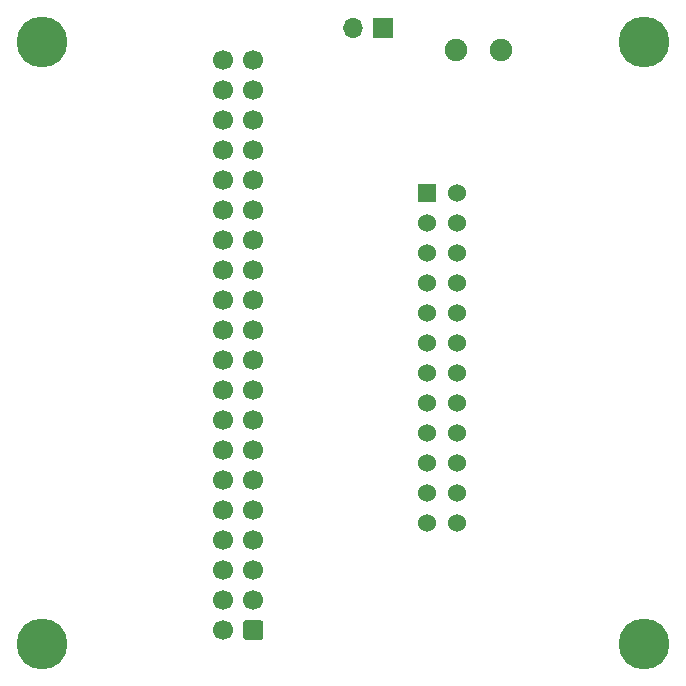
<source format=gbr>
%TF.GenerationSoftware,KiCad,Pcbnew,(5.1.10)-1*%
%TF.CreationDate,2021-06-03T16:28:04-04:00*%
%TF.ProjectId,Flex_Adapter,466c6578-5f41-4646-9170-7465722e6b69,v1*%
%TF.SameCoordinates,Original*%
%TF.FileFunction,Soldermask,Top*%
%TF.FilePolarity,Negative*%
%FSLAX46Y46*%
G04 Gerber Fmt 4.6, Leading zero omitted, Abs format (unit mm)*
G04 Created by KiCad (PCBNEW (5.1.10)-1) date 2021-06-03 16:28:04*
%MOMM*%
%LPD*%
G01*
G04 APERTURE LIST*
%ADD10C,1.530000*%
%ADD11R,1.530000X1.530000*%
%ADD12C,4.300000*%
%ADD13C,1.904000*%
%ADD14O,1.700000X1.700000*%
%ADD15R,1.700000X1.700000*%
%ADD16C,1.700000*%
G04 APERTURE END LIST*
D10*
%TO.C,J2*%
X152170000Y-119770000D03*
X149630000Y-119770000D03*
X152170000Y-117230000D03*
X149630000Y-117230000D03*
X152170000Y-114690000D03*
X149630000Y-114690000D03*
X152170000Y-112150000D03*
X149630000Y-112150000D03*
X152170000Y-109610000D03*
X149630000Y-109610000D03*
X152170000Y-107070000D03*
X149630000Y-107070000D03*
X152170000Y-104530000D03*
X149630000Y-104530000D03*
X152170000Y-101990000D03*
X149630000Y-101990000D03*
X152170000Y-99450000D03*
X149630000Y-99450000D03*
X152170000Y-96910000D03*
X149630000Y-96910000D03*
X152170000Y-94370000D03*
X149630000Y-94370000D03*
X152170000Y-91830000D03*
D11*
X149630000Y-91830000D03*
%TD*%
D12*
%TO.C,H4*%
X168000000Y-130000000D03*
%TD*%
%TO.C,H3*%
X168000000Y-79000000D03*
%TD*%
%TO.C,H2*%
X117000000Y-130000000D03*
%TD*%
%TO.C,H1*%
X117000000Y-79000000D03*
%TD*%
D13*
%TO.C,J4*%
X155904440Y-79650459D03*
X152094440Y-79650459D03*
%TD*%
D14*
%TO.C,J3*%
X143360000Y-77800000D03*
D15*
X145900000Y-77800000D03*
%TD*%
D16*
%TO.C,J1*%
X132360000Y-80540000D03*
X132360000Y-83080000D03*
X132360000Y-85620000D03*
X132360000Y-88160000D03*
X132360000Y-90700000D03*
X132360000Y-93240000D03*
X132360000Y-95780000D03*
X132360000Y-98320000D03*
X132360000Y-100860000D03*
X132360000Y-103400000D03*
X132360000Y-105940000D03*
X132360000Y-108480000D03*
X132360000Y-111020000D03*
X132360000Y-113560000D03*
X132360000Y-116100000D03*
X132360000Y-118640000D03*
X132360000Y-121180000D03*
X132360000Y-123720000D03*
X132360000Y-126260000D03*
X132360000Y-128800000D03*
X134900000Y-80540000D03*
X134900000Y-83080000D03*
X134900000Y-85620000D03*
X134900000Y-88160000D03*
X134900000Y-90700000D03*
X134900000Y-93240000D03*
X134900000Y-95780000D03*
X134900000Y-98320000D03*
X134900000Y-100860000D03*
X134900000Y-103400000D03*
X134900000Y-105940000D03*
X134900000Y-108480000D03*
X134900000Y-111020000D03*
X134900000Y-113560000D03*
X134900000Y-116100000D03*
X134900000Y-118640000D03*
X134900000Y-121180000D03*
X134900000Y-123720000D03*
X134900000Y-126260000D03*
G36*
G01*
X135750000Y-128200000D02*
X135750000Y-129400000D01*
G75*
G02*
X135500000Y-129650000I-250000J0D01*
G01*
X134300000Y-129650000D01*
G75*
G02*
X134050000Y-129400000I0J250000D01*
G01*
X134050000Y-128200000D01*
G75*
G02*
X134300000Y-127950000I250000J0D01*
G01*
X135500000Y-127950000D01*
G75*
G02*
X135750000Y-128200000I0J-250000D01*
G01*
G37*
%TD*%
M02*

</source>
